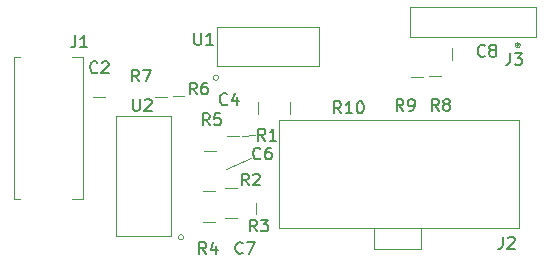
<source format=gbr>
G04 #@! TF.GenerationSoftware,KiCad,Pcbnew,(5.1.5-0-10_14)*
G04 #@! TF.CreationDate,2021-12-27T21:36:10+00:00*
G04 #@! TF.ProjectId,receiver,72656365-6976-4657-922e-6b696361645f,rev?*
G04 #@! TF.SameCoordinates,Original*
G04 #@! TF.FileFunction,Legend,Top*
G04 #@! TF.FilePolarity,Positive*
%FSLAX46Y46*%
G04 Gerber Fmt 4.6, Leading zero omitted, Abs format (unit mm)*
G04 Created by KiCad (PCBNEW (5.1.5-0-10_14)) date 2021-12-27 21:36:10*
%MOMM*%
%LPD*%
G04 APERTURE LIST*
%ADD10C,0.120000*%
%ADD11C,0.150000*%
G04 APERTURE END LIST*
D10*
X50500000Y-179600000D02*
X49400000Y-179700000D01*
X50100000Y-181500000D02*
X48000000Y-182500000D01*
X43500000Y-176310000D02*
X44500000Y-176310000D01*
X60550000Y-189200000D02*
X60550000Y-187500000D01*
X64550000Y-189200000D02*
X64550000Y-187500000D01*
X60550000Y-189200000D02*
X64550000Y-189200000D01*
X52470000Y-178358000D02*
X52470000Y-187502000D01*
X72790000Y-187502000D02*
X72790000Y-178358000D01*
X72790000Y-178358000D02*
X52470000Y-178358000D01*
X72790000Y-187502000D02*
X52470000Y-187502000D01*
X47386274Y-174732000D02*
G75*
G03X47386274Y-174732000I-226274J0D01*
G01*
X55915000Y-173752000D02*
X55915000Y-170452000D01*
X47265000Y-173752000D02*
X47265000Y-170452000D01*
X47265000Y-170452000D02*
X55915000Y-170452000D01*
X47265000Y-173752000D02*
X55915000Y-173752000D01*
X67148000Y-172220000D02*
X67148000Y-173220000D01*
X53432000Y-176792000D02*
X53432000Y-177792000D01*
X64690000Y-174640000D02*
X63690000Y-174640000D01*
X66220000Y-174610000D02*
X65220000Y-174610000D01*
X72920000Y-172000000D02*
G75*
G03X72920000Y-172000000I-200000J0D01*
G01*
X72943606Y-172000000D02*
G75*
G03X72943606Y-172000000I-223606J0D01*
G01*
X72720000Y-172000000D02*
X72720000Y-171900000D01*
X72820000Y-172000000D02*
G75*
G03X72820000Y-172000000I-100000J0D01*
G01*
X72943607Y-172000000D02*
G75*
G03X72943607Y-172000000I-223607J0D01*
G01*
X63580000Y-171250000D02*
X63580000Y-168750000D01*
X74240000Y-171250000D02*
X74240000Y-168750000D01*
X74240000Y-168750000D02*
X63580000Y-168750000D01*
X74240000Y-171250000D02*
X63580000Y-171250000D01*
X41990000Y-176350000D02*
X42990000Y-176350000D01*
X46130000Y-180980000D02*
X47130000Y-180980000D01*
X46050000Y-186960000D02*
X47050000Y-186960000D01*
X50590000Y-186310000D02*
X50590000Y-185310000D01*
X48950000Y-184050000D02*
X47950000Y-184050000D01*
X48100000Y-179700000D02*
X49100000Y-179700000D01*
X48920000Y-186650000D02*
X47920000Y-186650000D01*
X46050000Y-184350000D02*
X47050000Y-184350000D01*
X50708000Y-177792000D02*
X50708000Y-176792000D01*
X36750000Y-176400000D02*
X37750000Y-176400000D01*
X35900000Y-173000000D02*
X35000000Y-173000000D01*
X35900000Y-185000000D02*
X35900000Y-173000000D01*
X35000000Y-185000000D02*
X35900000Y-185000000D01*
X30050000Y-185000000D02*
X30600000Y-185000000D01*
X30050000Y-173000000D02*
X30600000Y-173000000D01*
X30050000Y-173000000D02*
X30050000Y-185000000D01*
X44423607Y-188250000D02*
G75*
G03X44423607Y-188250000I-223607J0D01*
G01*
X38700000Y-188150000D02*
X43400000Y-188150000D01*
X38700000Y-177950000D02*
X38700000Y-188150000D01*
X43400000Y-177950000D02*
X38700000Y-177950000D01*
X43400000Y-188150000D02*
X43400000Y-177950000D01*
D11*
X45533333Y-176152380D02*
X45200000Y-175676190D01*
X44961904Y-176152380D02*
X44961904Y-175152380D01*
X45342857Y-175152380D01*
X45438095Y-175200000D01*
X45485714Y-175247619D01*
X45533333Y-175342857D01*
X45533333Y-175485714D01*
X45485714Y-175580952D01*
X45438095Y-175628571D01*
X45342857Y-175676190D01*
X44961904Y-175676190D01*
X46390476Y-175152380D02*
X46200000Y-175152380D01*
X46104761Y-175200000D01*
X46057142Y-175247619D01*
X45961904Y-175390476D01*
X45914285Y-175580952D01*
X45914285Y-175961904D01*
X45961904Y-176057142D01*
X46009523Y-176104761D01*
X46104761Y-176152380D01*
X46295238Y-176152380D01*
X46390476Y-176104761D01*
X46438095Y-176057142D01*
X46485714Y-175961904D01*
X46485714Y-175723809D01*
X46438095Y-175628571D01*
X46390476Y-175580952D01*
X46295238Y-175533333D01*
X46104761Y-175533333D01*
X46009523Y-175580952D01*
X45961904Y-175628571D01*
X45914285Y-175723809D01*
X71466666Y-188202380D02*
X71466666Y-188916666D01*
X71419047Y-189059523D01*
X71323809Y-189154761D01*
X71180952Y-189202380D01*
X71085714Y-189202380D01*
X71895238Y-188297619D02*
X71942857Y-188250000D01*
X72038095Y-188202380D01*
X72276190Y-188202380D01*
X72371428Y-188250000D01*
X72419047Y-188297619D01*
X72466666Y-188392857D01*
X72466666Y-188488095D01*
X72419047Y-188630952D01*
X71847619Y-189202380D01*
X72466666Y-189202380D01*
X45338095Y-170952380D02*
X45338095Y-171761904D01*
X45385714Y-171857142D01*
X45433333Y-171904761D01*
X45528571Y-171952380D01*
X45719047Y-171952380D01*
X45814285Y-171904761D01*
X45861904Y-171857142D01*
X45909523Y-171761904D01*
X45909523Y-170952380D01*
X46909523Y-171952380D02*
X46338095Y-171952380D01*
X46623809Y-171952380D02*
X46623809Y-170952380D01*
X46528571Y-171095238D01*
X46433333Y-171190476D01*
X46338095Y-171238095D01*
X69933333Y-172857142D02*
X69885714Y-172904761D01*
X69742857Y-172952380D01*
X69647619Y-172952380D01*
X69504761Y-172904761D01*
X69409523Y-172809523D01*
X69361904Y-172714285D01*
X69314285Y-172523809D01*
X69314285Y-172380952D01*
X69361904Y-172190476D01*
X69409523Y-172095238D01*
X69504761Y-172000000D01*
X69647619Y-171952380D01*
X69742857Y-171952380D01*
X69885714Y-172000000D01*
X69933333Y-172047619D01*
X70504761Y-172380952D02*
X70409523Y-172333333D01*
X70361904Y-172285714D01*
X70314285Y-172190476D01*
X70314285Y-172142857D01*
X70361904Y-172047619D01*
X70409523Y-172000000D01*
X70504761Y-171952380D01*
X70695238Y-171952380D01*
X70790476Y-172000000D01*
X70838095Y-172047619D01*
X70885714Y-172142857D01*
X70885714Y-172190476D01*
X70838095Y-172285714D01*
X70790476Y-172333333D01*
X70695238Y-172380952D01*
X70504761Y-172380952D01*
X70409523Y-172428571D01*
X70361904Y-172476190D01*
X70314285Y-172571428D01*
X70314285Y-172761904D01*
X70361904Y-172857142D01*
X70409523Y-172904761D01*
X70504761Y-172952380D01*
X70695238Y-172952380D01*
X70790476Y-172904761D01*
X70838095Y-172857142D01*
X70885714Y-172761904D01*
X70885714Y-172571428D01*
X70838095Y-172476190D01*
X70790476Y-172428571D01*
X70695238Y-172380952D01*
X57757142Y-177744380D02*
X57423809Y-177268190D01*
X57185714Y-177744380D02*
X57185714Y-176744380D01*
X57566666Y-176744380D01*
X57661904Y-176792000D01*
X57709523Y-176839619D01*
X57757142Y-176934857D01*
X57757142Y-177077714D01*
X57709523Y-177172952D01*
X57661904Y-177220571D01*
X57566666Y-177268190D01*
X57185714Y-177268190D01*
X58709523Y-177744380D02*
X58138095Y-177744380D01*
X58423809Y-177744380D02*
X58423809Y-176744380D01*
X58328571Y-176887238D01*
X58233333Y-176982476D01*
X58138095Y-177030095D01*
X59328571Y-176744380D02*
X59423809Y-176744380D01*
X59519047Y-176792000D01*
X59566666Y-176839619D01*
X59614285Y-176934857D01*
X59661904Y-177125333D01*
X59661904Y-177363428D01*
X59614285Y-177553904D01*
X59566666Y-177649142D01*
X59519047Y-177696761D01*
X59423809Y-177744380D01*
X59328571Y-177744380D01*
X59233333Y-177696761D01*
X59185714Y-177649142D01*
X59138095Y-177553904D01*
X59090476Y-177363428D01*
X59090476Y-177125333D01*
X59138095Y-176934857D01*
X59185714Y-176839619D01*
X59233333Y-176792000D01*
X59328571Y-176744380D01*
X63033333Y-177552380D02*
X62700000Y-177076190D01*
X62461904Y-177552380D02*
X62461904Y-176552380D01*
X62842857Y-176552380D01*
X62938095Y-176600000D01*
X62985714Y-176647619D01*
X63033333Y-176742857D01*
X63033333Y-176885714D01*
X62985714Y-176980952D01*
X62938095Y-177028571D01*
X62842857Y-177076190D01*
X62461904Y-177076190D01*
X63509523Y-177552380D02*
X63700000Y-177552380D01*
X63795238Y-177504761D01*
X63842857Y-177457142D01*
X63938095Y-177314285D01*
X63985714Y-177123809D01*
X63985714Y-176742857D01*
X63938095Y-176647619D01*
X63890476Y-176600000D01*
X63795238Y-176552380D01*
X63604761Y-176552380D01*
X63509523Y-176600000D01*
X63461904Y-176647619D01*
X63414285Y-176742857D01*
X63414285Y-176980952D01*
X63461904Y-177076190D01*
X63509523Y-177123809D01*
X63604761Y-177171428D01*
X63795238Y-177171428D01*
X63890476Y-177123809D01*
X63938095Y-177076190D01*
X63985714Y-176980952D01*
X66033333Y-177552380D02*
X65700000Y-177076190D01*
X65461904Y-177552380D02*
X65461904Y-176552380D01*
X65842857Y-176552380D01*
X65938095Y-176600000D01*
X65985714Y-176647619D01*
X66033333Y-176742857D01*
X66033333Y-176885714D01*
X65985714Y-176980952D01*
X65938095Y-177028571D01*
X65842857Y-177076190D01*
X65461904Y-177076190D01*
X66604761Y-176980952D02*
X66509523Y-176933333D01*
X66461904Y-176885714D01*
X66414285Y-176790476D01*
X66414285Y-176742857D01*
X66461904Y-176647619D01*
X66509523Y-176600000D01*
X66604761Y-176552380D01*
X66795238Y-176552380D01*
X66890476Y-176600000D01*
X66938095Y-176647619D01*
X66985714Y-176742857D01*
X66985714Y-176790476D01*
X66938095Y-176885714D01*
X66890476Y-176933333D01*
X66795238Y-176980952D01*
X66604761Y-176980952D01*
X66509523Y-177028571D01*
X66461904Y-177076190D01*
X66414285Y-177171428D01*
X66414285Y-177361904D01*
X66461904Y-177457142D01*
X66509523Y-177504761D01*
X66604761Y-177552380D01*
X66795238Y-177552380D01*
X66890476Y-177504761D01*
X66938095Y-177457142D01*
X66985714Y-177361904D01*
X66985714Y-177171428D01*
X66938095Y-177076190D01*
X66890476Y-177028571D01*
X66795238Y-176980952D01*
X72066666Y-172652380D02*
X72066666Y-173366666D01*
X72019047Y-173509523D01*
X71923809Y-173604761D01*
X71780952Y-173652380D01*
X71685714Y-173652380D01*
X72447619Y-172652380D02*
X73066666Y-172652380D01*
X72733333Y-173033333D01*
X72876190Y-173033333D01*
X72971428Y-173080952D01*
X73019047Y-173128571D01*
X73066666Y-173223809D01*
X73066666Y-173461904D01*
X73019047Y-173557142D01*
X72971428Y-173604761D01*
X72876190Y-173652380D01*
X72590476Y-173652380D01*
X72495238Y-173604761D01*
X72447619Y-173557142D01*
X40633333Y-175052380D02*
X40300000Y-174576190D01*
X40061904Y-175052380D02*
X40061904Y-174052380D01*
X40442857Y-174052380D01*
X40538095Y-174100000D01*
X40585714Y-174147619D01*
X40633333Y-174242857D01*
X40633333Y-174385714D01*
X40585714Y-174480952D01*
X40538095Y-174528571D01*
X40442857Y-174576190D01*
X40061904Y-174576190D01*
X40966666Y-174052380D02*
X41633333Y-174052380D01*
X41204761Y-175052380D01*
X46633333Y-178752380D02*
X46300000Y-178276190D01*
X46061904Y-178752380D02*
X46061904Y-177752380D01*
X46442857Y-177752380D01*
X46538095Y-177800000D01*
X46585714Y-177847619D01*
X46633333Y-177942857D01*
X46633333Y-178085714D01*
X46585714Y-178180952D01*
X46538095Y-178228571D01*
X46442857Y-178276190D01*
X46061904Y-178276190D01*
X47538095Y-177752380D02*
X47061904Y-177752380D01*
X47014285Y-178228571D01*
X47061904Y-178180952D01*
X47157142Y-178133333D01*
X47395238Y-178133333D01*
X47490476Y-178180952D01*
X47538095Y-178228571D01*
X47585714Y-178323809D01*
X47585714Y-178561904D01*
X47538095Y-178657142D01*
X47490476Y-178704761D01*
X47395238Y-178752380D01*
X47157142Y-178752380D01*
X47061904Y-178704761D01*
X47014285Y-178657142D01*
X46333333Y-189652380D02*
X46000000Y-189176190D01*
X45761904Y-189652380D02*
X45761904Y-188652380D01*
X46142857Y-188652380D01*
X46238095Y-188700000D01*
X46285714Y-188747619D01*
X46333333Y-188842857D01*
X46333333Y-188985714D01*
X46285714Y-189080952D01*
X46238095Y-189128571D01*
X46142857Y-189176190D01*
X45761904Y-189176190D01*
X47190476Y-188985714D02*
X47190476Y-189652380D01*
X46952380Y-188604761D02*
X46714285Y-189319047D01*
X47333333Y-189319047D01*
X50633333Y-187752380D02*
X50300000Y-187276190D01*
X50061904Y-187752380D02*
X50061904Y-186752380D01*
X50442857Y-186752380D01*
X50538095Y-186800000D01*
X50585714Y-186847619D01*
X50633333Y-186942857D01*
X50633333Y-187085714D01*
X50585714Y-187180952D01*
X50538095Y-187228571D01*
X50442857Y-187276190D01*
X50061904Y-187276190D01*
X50966666Y-186752380D02*
X51585714Y-186752380D01*
X51252380Y-187133333D01*
X51395238Y-187133333D01*
X51490476Y-187180952D01*
X51538095Y-187228571D01*
X51585714Y-187323809D01*
X51585714Y-187561904D01*
X51538095Y-187657142D01*
X51490476Y-187704761D01*
X51395238Y-187752380D01*
X51109523Y-187752380D01*
X51014285Y-187704761D01*
X50966666Y-187657142D01*
X49933333Y-183852380D02*
X49600000Y-183376190D01*
X49361904Y-183852380D02*
X49361904Y-182852380D01*
X49742857Y-182852380D01*
X49838095Y-182900000D01*
X49885714Y-182947619D01*
X49933333Y-183042857D01*
X49933333Y-183185714D01*
X49885714Y-183280952D01*
X49838095Y-183328571D01*
X49742857Y-183376190D01*
X49361904Y-183376190D01*
X50314285Y-182947619D02*
X50361904Y-182900000D01*
X50457142Y-182852380D01*
X50695238Y-182852380D01*
X50790476Y-182900000D01*
X50838095Y-182947619D01*
X50885714Y-183042857D01*
X50885714Y-183138095D01*
X50838095Y-183280952D01*
X50266666Y-183852380D01*
X50885714Y-183852380D01*
X51333333Y-180052380D02*
X51000000Y-179576190D01*
X50761904Y-180052380D02*
X50761904Y-179052380D01*
X51142857Y-179052380D01*
X51238095Y-179100000D01*
X51285714Y-179147619D01*
X51333333Y-179242857D01*
X51333333Y-179385714D01*
X51285714Y-179480952D01*
X51238095Y-179528571D01*
X51142857Y-179576190D01*
X50761904Y-179576190D01*
X52285714Y-180052380D02*
X51714285Y-180052380D01*
X52000000Y-180052380D02*
X52000000Y-179052380D01*
X51904761Y-179195238D01*
X51809523Y-179290476D01*
X51714285Y-179338095D01*
X49433333Y-189557142D02*
X49385714Y-189604761D01*
X49242857Y-189652380D01*
X49147619Y-189652380D01*
X49004761Y-189604761D01*
X48909523Y-189509523D01*
X48861904Y-189414285D01*
X48814285Y-189223809D01*
X48814285Y-189080952D01*
X48861904Y-188890476D01*
X48909523Y-188795238D01*
X49004761Y-188700000D01*
X49147619Y-188652380D01*
X49242857Y-188652380D01*
X49385714Y-188700000D01*
X49433333Y-188747619D01*
X49766666Y-188652380D02*
X50433333Y-188652380D01*
X50004761Y-189652380D01*
X50933333Y-181557142D02*
X50885714Y-181604761D01*
X50742857Y-181652380D01*
X50647619Y-181652380D01*
X50504761Y-181604761D01*
X50409523Y-181509523D01*
X50361904Y-181414285D01*
X50314285Y-181223809D01*
X50314285Y-181080952D01*
X50361904Y-180890476D01*
X50409523Y-180795238D01*
X50504761Y-180700000D01*
X50647619Y-180652380D01*
X50742857Y-180652380D01*
X50885714Y-180700000D01*
X50933333Y-180747619D01*
X51790476Y-180652380D02*
X51600000Y-180652380D01*
X51504761Y-180700000D01*
X51457142Y-180747619D01*
X51361904Y-180890476D01*
X51314285Y-181080952D01*
X51314285Y-181461904D01*
X51361904Y-181557142D01*
X51409523Y-181604761D01*
X51504761Y-181652380D01*
X51695238Y-181652380D01*
X51790476Y-181604761D01*
X51838095Y-181557142D01*
X51885714Y-181461904D01*
X51885714Y-181223809D01*
X51838095Y-181128571D01*
X51790476Y-181080952D01*
X51695238Y-181033333D01*
X51504761Y-181033333D01*
X51409523Y-181080952D01*
X51361904Y-181128571D01*
X51314285Y-181223809D01*
X48117333Y-176957142D02*
X48069714Y-177004761D01*
X47926857Y-177052380D01*
X47831619Y-177052380D01*
X47688761Y-177004761D01*
X47593523Y-176909523D01*
X47545904Y-176814285D01*
X47498285Y-176623809D01*
X47498285Y-176480952D01*
X47545904Y-176290476D01*
X47593523Y-176195238D01*
X47688761Y-176100000D01*
X47831619Y-176052380D01*
X47926857Y-176052380D01*
X48069714Y-176100000D01*
X48117333Y-176147619D01*
X48974476Y-176385714D02*
X48974476Y-177052380D01*
X48736380Y-176004761D02*
X48498285Y-176719047D01*
X49117333Y-176719047D01*
X37133333Y-174257142D02*
X37085714Y-174304761D01*
X36942857Y-174352380D01*
X36847619Y-174352380D01*
X36704761Y-174304761D01*
X36609523Y-174209523D01*
X36561904Y-174114285D01*
X36514285Y-173923809D01*
X36514285Y-173780952D01*
X36561904Y-173590476D01*
X36609523Y-173495238D01*
X36704761Y-173400000D01*
X36847619Y-173352380D01*
X36942857Y-173352380D01*
X37085714Y-173400000D01*
X37133333Y-173447619D01*
X37514285Y-173447619D02*
X37561904Y-173400000D01*
X37657142Y-173352380D01*
X37895238Y-173352380D01*
X37990476Y-173400000D01*
X38038095Y-173447619D01*
X38085714Y-173542857D01*
X38085714Y-173638095D01*
X38038095Y-173780952D01*
X37466666Y-174352380D01*
X38085714Y-174352380D01*
X35266666Y-171152380D02*
X35266666Y-171866666D01*
X35219047Y-172009523D01*
X35123809Y-172104761D01*
X34980952Y-172152380D01*
X34885714Y-172152380D01*
X36266666Y-172152380D02*
X35695238Y-172152380D01*
X35980952Y-172152380D02*
X35980952Y-171152380D01*
X35885714Y-171295238D01*
X35790476Y-171390476D01*
X35695238Y-171438095D01*
X40138095Y-176552380D02*
X40138095Y-177361904D01*
X40185714Y-177457142D01*
X40233333Y-177504761D01*
X40328571Y-177552380D01*
X40519047Y-177552380D01*
X40614285Y-177504761D01*
X40661904Y-177457142D01*
X40709523Y-177361904D01*
X40709523Y-176552380D01*
X41138095Y-176647619D02*
X41185714Y-176600000D01*
X41280952Y-176552380D01*
X41519047Y-176552380D01*
X41614285Y-176600000D01*
X41661904Y-176647619D01*
X41709523Y-176742857D01*
X41709523Y-176838095D01*
X41661904Y-176980952D01*
X41090476Y-177552380D01*
X41709523Y-177552380D01*
M02*

</source>
